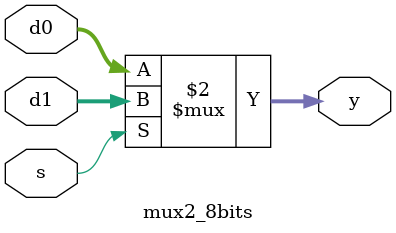
<source format=v>
module mux2_8bits (y, d0, d1, s); // 8bits 2-inut mux
	input [7:0] d0, d1;	//input d0, d1 
	input s; 				//selection
	output [7:0] y; 		//output
	
	//s = 0, select d0 / s = 1, select d1
	assign y = (s == 1'b0) ? d0 : d1; 
endmodule 
</source>
